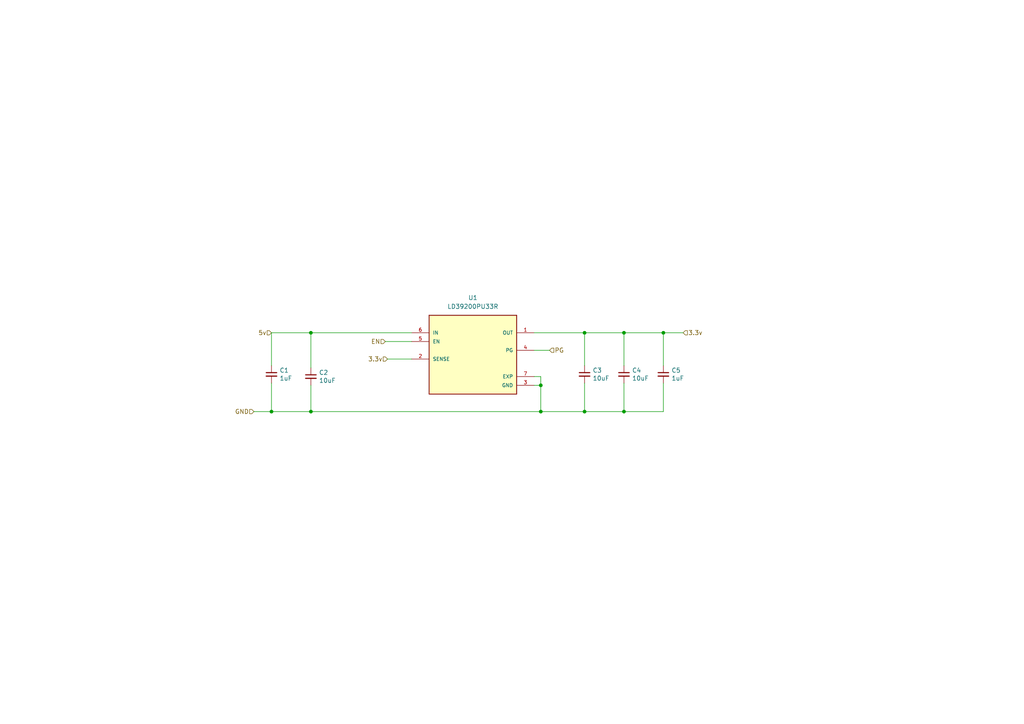
<source format=kicad_sch>
(kicad_sch (version 20230121) (generator eeschema)

  (uuid 1895faed-13c7-4877-930c-ef39a1d7419c)

  (paper "A4")

  (lib_symbols
    (symbol "Device:C_Small" (pin_numbers hide) (pin_names (offset 0.254) hide) (in_bom yes) (on_board yes)
      (property "Reference" "C" (at 0.254 1.778 0)
        (effects (font (size 1.27 1.27)) (justify left))
      )
      (property "Value" "C_Small" (at 0.254 -2.032 0)
        (effects (font (size 1.27 1.27)) (justify left))
      )
      (property "Footprint" "" (at 0 0 0)
        (effects (font (size 1.27 1.27)) hide)
      )
      (property "Datasheet" "~" (at 0 0 0)
        (effects (font (size 1.27 1.27)) hide)
      )
      (property "ki_keywords" "capacitor cap" (at 0 0 0)
        (effects (font (size 1.27 1.27)) hide)
      )
      (property "ki_description" "Unpolarized capacitor, small symbol" (at 0 0 0)
        (effects (font (size 1.27 1.27)) hide)
      )
      (property "ki_fp_filters" "C_*" (at 0 0 0)
        (effects (font (size 1.27 1.27)) hide)
      )
      (symbol "C_Small_0_1"
        (polyline
          (pts
            (xy -1.524 -0.508)
            (xy 1.524 -0.508)
          )
          (stroke (width 0.3302) (type default))
          (fill (type none))
        )
        (polyline
          (pts
            (xy -1.524 0.508)
            (xy 1.524 0.508)
          )
          (stroke (width 0.3048) (type default))
          (fill (type none))
        )
      )
      (symbol "C_Small_1_1"
        (pin passive line (at 0 2.54 270) (length 2.032)
          (name "~" (effects (font (size 1.27 1.27))))
          (number "1" (effects (font (size 1.27 1.27))))
        )
        (pin passive line (at 0 -2.54 90) (length 2.032)
          (name "~" (effects (font (size 1.27 1.27))))
          (number "2" (effects (font (size 1.27 1.27))))
        )
      )
    )
    (symbol "b121:LD39200PU33R" (pin_names (offset 1.016)) (in_bom yes) (on_board yes)
      (property "Reference" "U" (at -12.7 13.462 0)
        (effects (font (size 1.27 1.27)) (justify left bottom))
      )
      (property "Value" "LD39200PU33R" (at -12.7 -12.7 0)
        (effects (font (size 1.27 1.27)) (justify left bottom))
      )
      (property "Footprint" "SON95P300X300X100-7N" (at 0 0 0)
        (effects (font (size 1.27 1.27)) (justify bottom) hide)
      )
      (property "Datasheet" "" (at 0 0 0)
        (effects (font (size 1.27 1.27)) hide)
      )
      (property "E_MIN" "2.9" (at 0 0 0)
        (effects (font (size 1.27 1.27)) (justify bottom) hide)
      )
      (property "D1_MAX" "" (at 0 0 0)
        (effects (font (size 1.27 1.27)) (justify bottom) hide)
      )
      (property "L1_MIN" "" (at 0 0 0)
        (effects (font (size 1.27 1.27)) (justify bottom) hide)
      )
      (property "D1_MIN" "" (at 0 0 0)
        (effects (font (size 1.27 1.27)) (justify bottom) hide)
      )
      (property "D_NOM" "3.0" (at 0 0 0)
        (effects (font (size 1.27 1.27)) (justify bottom) hide)
      )
      (property "A_MAX" "1.0" (at 0 0 0)
        (effects (font (size 1.27 1.27)) (justify bottom) hide)
      )
      (property "B_MIN" "0.23" (at 0 0 0)
        (effects (font (size 1.27 1.27)) (justify bottom) hide)
      )
      (property "SNAPEDA_PACKAGE_ID" "" (at 0 0 0)
        (effects (font (size 1.27 1.27)) (justify bottom) hide)
      )
      (property "BODY_DIAMETER" "" (at 0 0 0)
        (effects (font (size 1.27 1.27)) (justify bottom) hide)
      )
      (property "PIN_COUNT" "6.0" (at 0 0 0)
        (effects (font (size 1.27 1.27)) (justify bottom) hide)
      )
      (property "MAXIMUM_PACKAGE_HEIGHT" "1.0mm" (at 0 0 0)
        (effects (font (size 1.27 1.27)) (justify bottom) hide)
      )
      (property "D1_NOM" "" (at 0 0 0)
        (effects (font (size 1.27 1.27)) (justify bottom) hide)
      )
      (property "MANUFACTURER" "ST Microelectronics" (at 0 0 0)
        (effects (font (size 1.27 1.27)) (justify bottom) hide)
      )
      (property "ENOM" "0.95" (at 0 0 0)
        (effects (font (size 1.27 1.27)) (justify bottom) hide)
      )
      (property "VACANCIES" "" (at 0 0 0)
        (effects (font (size 1.27 1.27)) (justify bottom) hide)
      )
      (property "L1_MAX" "" (at 0 0 0)
        (effects (font (size 1.27 1.27)) (justify bottom) hide)
      )
      (property "PACKAGE_TYPE" "" (at 0 0 0)
        (effects (font (size 1.27 1.27)) (justify bottom) hide)
      )
      (property "PIN_COLUMNS" "" (at 0 0 0)
        (effects (font (size 1.27 1.27)) (justify bottom) hide)
      )
      (property "JEDEC" "" (at 0 0 0)
        (effects (font (size 1.27 1.27)) (justify bottom) hide)
      )
      (property "L_MAX" "0.5" (at 0 0 0)
        (effects (font (size 1.27 1.27)) (justify bottom) hide)
      )
      (property "PINS" "" (at 0 0 0)
        (effects (font (size 1.27 1.27)) (justify bottom) hide)
      )
      (property "D_MAX" "3.1" (at 0 0 0)
        (effects (font (size 1.27 1.27)) (justify bottom) hide)
      )
      (property "PARTREV" "3" (at 0 0 0)
        (effects (font (size 1.27 1.27)) (justify bottom) hide)
      )
      (property "D2_NOM" "2.365" (at 0 0 0)
        (effects (font (size 1.27 1.27)) (justify bottom) hide)
      )
      (property "L_MIN" "0.3" (at 0 0 0)
        (effects (font (size 1.27 1.27)) (justify bottom) hide)
      )
      (property "BALL_COLUMNS" "" (at 0 0 0)
        (effects (font (size 1.27 1.27)) (justify bottom) hide)
      )
      (property "B_NOM" "0.34" (at 0 0 0)
        (effects (font (size 1.27 1.27)) (justify bottom) hide)
      )
      (property "L_NOM" "0.4" (at 0 0 0)
        (effects (font (size 1.27 1.27)) (justify bottom) hide)
      )
      (property "DMIN" "" (at 0 0 0)
        (effects (font (size 1.27 1.27)) (justify bottom) hide)
      )
      (property "DMAX" "" (at 0 0 0)
        (effects (font (size 1.27 1.27)) (justify bottom) hide)
      )
      (property "L1_NOM" "" (at 0 0 0)
        (effects (font (size 1.27 1.27)) (justify bottom) hide)
      )
      (property "EMAX" "" (at 0 0 0)
        (effects (font (size 1.27 1.27)) (justify bottom) hide)
      )
      (property "EMIN" "" (at 0 0 0)
        (effects (font (size 1.27 1.27)) (justify bottom) hide)
      )
      (property "BALL_ROWS" "" (at 0 0 0)
        (effects (font (size 1.27 1.27)) (justify bottom) hide)
      )
      (property "E2_NOM" "1.625" (at 0 0 0)
        (effects (font (size 1.27 1.27)) (justify bottom) hide)
      )
      (property "DNOM" "" (at 0 0 0)
        (effects (font (size 1.27 1.27)) (justify bottom) hide)
      )
      (property "E_NOM" "3.0" (at 0 0 0)
        (effects (font (size 1.27 1.27)) (justify bottom) hide)
      )
      (property "IPC" "" (at 0 0 0)
        (effects (font (size 1.27 1.27)) (justify bottom) hide)
      )
      (property "B_MAX" "0.45" (at 0 0 0)
        (effects (font (size 1.27 1.27)) (justify bottom) hide)
      )
      (property "STANDARD" "IPC 7351B" (at 0 0 0)
        (effects (font (size 1.27 1.27)) (justify bottom) hide)
      )
      (property "THERMAL_PAD" "" (at 0 0 0)
        (effects (font (size 1.27 1.27)) (justify bottom) hide)
      )
      (property "D_MIN" "2.9" (at 0 0 0)
        (effects (font (size 1.27 1.27)) (justify bottom) hide)
      )
      (property "E_MAX" "3.1" (at 0 0 0)
        (effects (font (size 1.27 1.27)) (justify bottom) hide)
      )
      (symbol "LD39200PU33R_0_0"
        (rectangle (start -12.7 -10.16) (end 12.7 12.7)
          (stroke (width 0.254) (type default))
          (fill (type background))
        )
        (pin output line (at 17.78 7.62 180) (length 5.08)
          (name "OUT" (effects (font (size 1.016 1.016))))
          (number "1" (effects (font (size 1.016 1.016))))
        )
        (pin input line (at -17.78 0 0) (length 5.08)
          (name "SENSE" (effects (font (size 1.016 1.016))))
          (number "2" (effects (font (size 1.016 1.016))))
        )
        (pin power_in line (at 17.78 -7.62 180) (length 5.08)
          (name "GND" (effects (font (size 1.016 1.016))))
          (number "3" (effects (font (size 1.016 1.016))))
        )
        (pin output line (at 17.78 2.54 180) (length 5.08)
          (name "PG" (effects (font (size 1.016 1.016))))
          (number "4" (effects (font (size 1.016 1.016))))
        )
        (pin input line (at -17.78 5.08 0) (length 5.08)
          (name "EN" (effects (font (size 1.016 1.016))))
          (number "5" (effects (font (size 1.016 1.016))))
        )
        (pin input line (at -17.78 7.62 0) (length 5.08)
          (name "IN" (effects (font (size 1.016 1.016))))
          (number "6" (effects (font (size 1.016 1.016))))
        )
        (pin power_in line (at 17.78 -5.08 180) (length 5.08)
          (name "EXP" (effects (font (size 1.016 1.016))))
          (number "7" (effects (font (size 1.016 1.016))))
        )
      )
    )
  )

  (junction (at 180.975 119.38) (diameter 0) (color 0 0 0 0)
    (uuid 0a12a794-97ad-4266-ad30-4c9b83e7c8ec)
  )
  (junction (at 78.74 119.38) (diameter 0) (color 0 0 0 0)
    (uuid 2f915bc4-85da-4343-aa55-24f2fb3054dd)
  )
  (junction (at 156.845 119.38) (diameter 0) (color 0 0 0 0)
    (uuid 3c78833a-0c99-4dd4-8ced-94553d7ae791)
  )
  (junction (at 90.17 119.38) (diameter 0) (color 0 0 0 0)
    (uuid 69054c6e-a00c-4801-9726-c66915411414)
  )
  (junction (at 180.975 96.52) (diameter 0) (color 0 0 0 0)
    (uuid c888c471-4126-416b-a875-d34b9579e98b)
  )
  (junction (at 169.545 119.38) (diameter 0) (color 0 0 0 0)
    (uuid d2dc2cb5-d17a-4d63-97a6-32f9d36f3bed)
  )
  (junction (at 90.17 96.52) (diameter 0) (color 0 0 0 0)
    (uuid d981281c-78b2-4016-b2f1-5c8582d64827)
  )
  (junction (at 156.845 111.76) (diameter 0) (color 0 0 0 0)
    (uuid e70cc2d2-9b29-4211-942f-ffc86f7260ac)
  )
  (junction (at 169.545 96.52) (diameter 0) (color 0 0 0 0)
    (uuid e73873a5-e40e-4b68-894b-c855eeaca31f)
  )
  (junction (at 192.405 96.52) (diameter 0) (color 0 0 0 0)
    (uuid ef61b5aa-83ba-4247-a750-fba6b4a86701)
  )

  (wire (pts (xy 192.405 111.125) (xy 192.405 119.38))
    (stroke (width 0) (type default))
    (uuid 10f95d64-b36c-4202-9a62-b745275ae0f9)
  )
  (wire (pts (xy 90.17 111.76) (xy 90.17 119.38))
    (stroke (width 0) (type default))
    (uuid 2ef7510f-f9ae-4dfe-8255-386b9e100385)
  )
  (wire (pts (xy 154.94 109.22) (xy 156.845 109.22))
    (stroke (width 0) (type default))
    (uuid 3029a73c-096c-4b53-8d10-1a74eebfd891)
  )
  (wire (pts (xy 154.94 101.6) (xy 159.385 101.6))
    (stroke (width 0) (type default))
    (uuid 30649fa5-8ad9-467f-816d-729f4a30c68f)
  )
  (wire (pts (xy 192.405 96.52) (xy 198.12 96.52))
    (stroke (width 0) (type default))
    (uuid 35b05c86-1fa7-4b92-9911-adac1abedd75)
  )
  (wire (pts (xy 180.975 96.52) (xy 180.975 106.045))
    (stroke (width 0) (type default))
    (uuid 35b8fd41-d4cf-46cd-ba4b-cf5b0b8a2711)
  )
  (wire (pts (xy 169.545 119.38) (xy 180.975 119.38))
    (stroke (width 0) (type default))
    (uuid 380e0bf5-b23a-442e-a3a3-0abca464b8d9)
  )
  (wire (pts (xy 78.74 96.52) (xy 90.17 96.52))
    (stroke (width 0) (type default))
    (uuid 4a33de7a-594e-4871-8e39-80f30fa6c14d)
  )
  (wire (pts (xy 180.975 111.125) (xy 180.975 119.38))
    (stroke (width 0) (type default))
    (uuid 4e600505-e989-4e56-857c-17198cc3e53f)
  )
  (wire (pts (xy 90.17 96.52) (xy 90.17 106.68))
    (stroke (width 0) (type default))
    (uuid 6c363123-5120-4033-ba14-15f874bebf6c)
  )
  (wire (pts (xy 78.74 106.045) (xy 78.74 96.52))
    (stroke (width 0) (type default))
    (uuid 6cce6a3c-9c7f-479f-ada7-0e0f547c68a3)
  )
  (wire (pts (xy 78.74 111.125) (xy 78.74 119.38))
    (stroke (width 0) (type default))
    (uuid 822924c9-7b9e-42c7-a8fc-24856468cc9f)
  )
  (wire (pts (xy 154.94 111.76) (xy 156.845 111.76))
    (stroke (width 0) (type default))
    (uuid 8c0f3e7f-0090-4de8-8870-6bb788cf3f6e)
  )
  (wire (pts (xy 156.845 109.22) (xy 156.845 111.76))
    (stroke (width 0) (type default))
    (uuid 9d181283-7f87-495e-a589-867d9d62756e)
  )
  (wire (pts (xy 192.405 96.52) (xy 192.405 106.045))
    (stroke (width 0) (type default))
    (uuid a997931a-cc93-4621-973d-3ee1b031a7a8)
  )
  (wire (pts (xy 156.845 111.76) (xy 156.845 119.38))
    (stroke (width 0) (type default))
    (uuid b2e9c6de-bb14-4e6d-a7d3-99f5b1f72b4c)
  )
  (wire (pts (xy 154.94 96.52) (xy 169.545 96.52))
    (stroke (width 0) (type default))
    (uuid b4305404-5524-4a09-bdc5-e59c3a953bac)
  )
  (wire (pts (xy 180.975 119.38) (xy 192.405 119.38))
    (stroke (width 0) (type default))
    (uuid c2dd4eb1-a464-4192-97bc-9d2a8919aabd)
  )
  (wire (pts (xy 90.17 96.52) (xy 119.38 96.52))
    (stroke (width 0) (type default))
    (uuid c9958cea-170a-4698-badd-330de72451c0)
  )
  (wire (pts (xy 169.545 106.045) (xy 169.545 96.52))
    (stroke (width 0) (type default))
    (uuid ca323807-5fef-41b3-a42e-7852c8659eb4)
  )
  (wire (pts (xy 169.545 96.52) (xy 180.975 96.52))
    (stroke (width 0) (type default))
    (uuid cc8ae9ac-d5dd-42c9-9b55-3355d0e70bc3)
  )
  (wire (pts (xy 90.17 119.38) (xy 156.845 119.38))
    (stroke (width 0) (type default))
    (uuid ce244eb7-1d1b-4782-8c68-9e27e38948a4)
  )
  (wire (pts (xy 73.66 119.38) (xy 78.74 119.38))
    (stroke (width 0) (type default))
    (uuid d078f526-7973-47d4-8197-6fab44009dfb)
  )
  (wire (pts (xy 156.845 119.38) (xy 169.545 119.38))
    (stroke (width 0) (type default))
    (uuid d108cfc5-10eb-4b91-9571-ede6b7198dc6)
  )
  (wire (pts (xy 111.76 99.06) (xy 119.38 99.06))
    (stroke (width 0) (type default))
    (uuid d59a4950-5ca1-4df6-9e00-685f5a01f1ca)
  )
  (wire (pts (xy 112.395 104.14) (xy 119.38 104.14))
    (stroke (width 0) (type default))
    (uuid d78457cb-cb16-4228-91f9-3fcb266a57f3)
  )
  (wire (pts (xy 78.74 119.38) (xy 90.17 119.38))
    (stroke (width 0) (type default))
    (uuid e89bedc7-bc83-4ac6-8c6d-c896b30bb728)
  )
  (wire (pts (xy 169.545 111.125) (xy 169.545 119.38))
    (stroke (width 0) (type default))
    (uuid e9af515e-49a8-4391-878d-7cab2ced27ff)
  )
  (wire (pts (xy 180.975 96.52) (xy 192.405 96.52))
    (stroke (width 0) (type default))
    (uuid e9f18fa7-c165-485e-abe7-313cbd378525)
  )

  (hierarchical_label "EN" (shape input) (at 111.76 99.06 180) (fields_autoplaced)
    (effects (font (size 1.27 1.27)) (justify right))
    (uuid 0c18ce02-cd21-41c4-80a7-370d082d53eb)
  )
  (hierarchical_label "3.3v" (shape input) (at 198.12 96.52 0) (fields_autoplaced)
    (effects (font (size 1.27 1.27)) (justify left))
    (uuid 37d7638c-c1ed-494b-a661-a246a336138a)
  )
  (hierarchical_label "3.3v" (shape input) (at 112.395 104.14 180) (fields_autoplaced)
    (effects (font (size 1.27 1.27)) (justify right))
    (uuid b4e6eef1-c835-442a-8212-494b2475e1b4)
  )
  (hierarchical_label "GND" (shape input) (at 73.66 119.38 180) (fields_autoplaced)
    (effects (font (size 1.27 1.27)) (justify right))
    (uuid b8e6958c-b0ff-4d34-bae2-4878bfb278a2)
  )
  (hierarchical_label "PG" (shape input) (at 159.385 101.6 0) (fields_autoplaced)
    (effects (font (size 1.27 1.27)) (justify left))
    (uuid de39297a-7fcc-4340-882d-1ed42db97adc)
  )
  (hierarchical_label "5v" (shape input) (at 78.74 96.52 180) (fields_autoplaced)
    (effects (font (size 1.27 1.27)) (justify right))
    (uuid f13ab64d-0f6a-45e6-a621-cbd11b60179d)
  )

  (symbol (lib_id "Device:C_Small") (at 180.975 108.585 0) (unit 1)
    (in_bom yes) (on_board yes) (dnp no)
    (uuid 196d1b70-9b37-46c7-aa9e-b41abaaa8c23)
    (property "Reference" "C4" (at 183.3118 107.4166 0)
      (effects (font (size 1.27 1.27)) (justify left))
    )
    (property "Value" "10uF" (at 183.3118 109.728 0)
      (effects (font (size 1.27 1.27)) (justify left))
    )
    (property "Footprint" "Capacitor_SMD:C_0603_1608Metric" (at 180.975 108.585 0)
      (effects (font (size 1.27 1.27)) hide)
    )
    (property "Datasheet" "~" (at 180.975 108.585 0)
      (effects (font (size 1.27 1.27)) hide)
    )
    (pin "1" (uuid 8ca94593-fae4-4e27-8e47-a1ebb5408ce2))
    (pin "2" (uuid 487d3a00-51ed-49de-86ca-2ccd7978cdde))
    (instances
      (project "board"
        (path "/57732dd3-1162-4c3f-88bd-31bf473d124d/767ce4c6-0e55-4543-92f0-34cb8237a544"
          (reference "C4") (unit 1)
        )
        (path "/57732dd3-1162-4c3f-88bd-31bf473d124d/b3c98309-a00d-44b5-b868-1ad827f42816"
          (reference "C7") (unit 1)
        )
      )
    )
  )

  (symbol (lib_id "Device:C_Small") (at 78.74 108.585 0) (unit 1)
    (in_bom yes) (on_board yes) (dnp no)
    (uuid 6bb5ca5c-7415-42a9-985b-09c137966385)
    (property "Reference" "C1" (at 81.0768 107.4166 0)
      (effects (font (size 1.27 1.27)) (justify left))
    )
    (property "Value" "1uF" (at 81.0768 109.728 0)
      (effects (font (size 1.27 1.27)) (justify left))
    )
    (property "Footprint" "Capacitor_SMD:C_0603_1608Metric" (at 78.74 108.585 0)
      (effects (font (size 1.27 1.27)) hide)
    )
    (property "Datasheet" "~" (at 78.74 108.585 0)
      (effects (font (size 1.27 1.27)) hide)
    )
    (pin "1" (uuid bd3f788d-59f0-4711-a8a9-d4ed5390f57a))
    (pin "2" (uuid ed14dde3-2d23-4eb3-a247-24e52db108f2))
    (instances
      (project "board"
        (path "/57732dd3-1162-4c3f-88bd-31bf473d124d/767ce4c6-0e55-4543-92f0-34cb8237a544"
          (reference "C1") (unit 1)
        )
        (path "/57732dd3-1162-4c3f-88bd-31bf473d124d/b3c98309-a00d-44b5-b868-1ad827f42816"
          (reference "C4") (unit 1)
        )
      )
    )
  )

  (symbol (lib_id "b121:LD39200PU33R") (at 137.16 104.14 0) (unit 1)
    (in_bom yes) (on_board yes) (dnp no) (fields_autoplaced)
    (uuid 836888cc-3b43-4134-a4d7-814aba4f807d)
    (property "Reference" "U1" (at 137.16 86.36 0)
      (effects (font (size 1.27 1.27)))
    )
    (property "Value" "LD39200PU33R" (at 137.16 88.9 0)
      (effects (font (size 1.27 1.27)))
    )
    (property "Footprint" "b121:SON95P300X300X100-7N" (at 137.16 104.14 0)
      (effects (font (size 1.27 1.27)) (justify bottom) hide)
    )
    (property "Datasheet" "" (at 137.16 104.14 0)
      (effects (font (size 1.27 1.27)) hide)
    )
    (pin "1" (uuid 752dba00-2acb-453d-8b8e-62c5a3ad481c))
    (pin "2" (uuid 4dd781b5-1ef0-4d1e-8ca7-3d3c348ffa47))
    (pin "3" (uuid d734c483-fc7c-4a12-9d97-0e279a91ecd8))
    (pin "4" (uuid 3721a3b8-e4fd-4138-bf1b-9fd3b3945b05))
    (pin "5" (uuid 0147b892-4587-4e21-811f-96f346f0c191))
    (pin "6" (uuid f39486f2-18e1-4fb2-9804-6f924e422f57))
    (pin "7" (uuid 6a9685d2-5a68-4983-bd0c-bbab0524d683))
    (instances
      (project "board"
        (path "/57732dd3-1162-4c3f-88bd-31bf473d124d/767ce4c6-0e55-4543-92f0-34cb8237a544"
          (reference "U1") (unit 1)
        )
        (path "/57732dd3-1162-4c3f-88bd-31bf473d124d/b3c98309-a00d-44b5-b868-1ad827f42816"
          (reference "U2") (unit 1)
        )
      )
    )
  )

  (symbol (lib_id "Device:C_Small") (at 90.17 109.22 0) (unit 1)
    (in_bom yes) (on_board yes) (dnp no)
    (uuid bf4bdb44-1ce9-4d84-9dc1-aaed43a588f1)
    (property "Reference" "C2" (at 92.5068 108.0516 0)
      (effects (font (size 1.27 1.27)) (justify left))
    )
    (property "Value" "10uF" (at 92.5068 110.363 0)
      (effects (font (size 1.27 1.27)) (justify left))
    )
    (property "Footprint" "Capacitor_SMD:C_0603_1608Metric" (at 90.17 109.22 0)
      (effects (font (size 1.27 1.27)) hide)
    )
    (property "Datasheet" "~" (at 90.17 109.22 0)
      (effects (font (size 1.27 1.27)) hide)
    )
    (pin "1" (uuid 5df660f0-9cf5-4f31-a78e-624aabcd8a5f))
    (pin "2" (uuid 8b4b48ad-ad6c-4c85-ab3a-521bfb3e80d3))
    (instances
      (project "board"
        (path "/57732dd3-1162-4c3f-88bd-31bf473d124d/767ce4c6-0e55-4543-92f0-34cb8237a544"
          (reference "C2") (unit 1)
        )
        (path "/57732dd3-1162-4c3f-88bd-31bf473d124d/b3c98309-a00d-44b5-b868-1ad827f42816"
          (reference "C5") (unit 1)
        )
      )
    )
  )

  (symbol (lib_id "Device:C_Small") (at 192.405 108.585 0) (unit 1)
    (in_bom yes) (on_board yes) (dnp no)
    (uuid d7bc656e-6f7f-47e1-b208-dc94be029b35)
    (property "Reference" "C5" (at 194.7418 107.4166 0)
      (effects (font (size 1.27 1.27)) (justify left))
    )
    (property "Value" "1uF" (at 194.7418 109.728 0)
      (effects (font (size 1.27 1.27)) (justify left))
    )
    (property "Footprint" "Capacitor_SMD:C_0603_1608Metric" (at 192.405 108.585 0)
      (effects (font (size 1.27 1.27)) hide)
    )
    (property "Datasheet" "~" (at 192.405 108.585 0)
      (effects (font (size 1.27 1.27)) hide)
    )
    (pin "1" (uuid 18289ab5-fbbd-46a7-b4ad-16478554d380))
    (pin "2" (uuid 4bf8b5f9-cd38-4456-89cd-869d4dcec9bb))
    (instances
      (project "board"
        (path "/57732dd3-1162-4c3f-88bd-31bf473d124d/767ce4c6-0e55-4543-92f0-34cb8237a544"
          (reference "C5") (unit 1)
        )
        (path "/57732dd3-1162-4c3f-88bd-31bf473d124d/b3c98309-a00d-44b5-b868-1ad827f42816"
          (reference "C8") (unit 1)
        )
      )
    )
  )

  (symbol (lib_id "Device:C_Small") (at 169.545 108.585 0) (unit 1)
    (in_bom yes) (on_board yes) (dnp no)
    (uuid dd34b7a6-8448-4c7f-81f6-a8e49de64a92)
    (property "Reference" "C3" (at 171.8818 107.4166 0)
      (effects (font (size 1.27 1.27)) (justify left))
    )
    (property "Value" "10uF" (at 171.8818 109.728 0)
      (effects (font (size 1.27 1.27)) (justify left))
    )
    (property "Footprint" "Capacitor_SMD:C_0603_1608Metric" (at 169.545 108.585 0)
      (effects (font (size 1.27 1.27)) hide)
    )
    (property "Datasheet" "~" (at 169.545 108.585 0)
      (effects (font (size 1.27 1.27)) hide)
    )
    (pin "1" (uuid 6de6109d-3d17-41b1-b06e-2589bcad1fa7))
    (pin "2" (uuid a5049ae6-8417-4c06-a0af-0592b59935c4))
    (instances
      (project "board"
        (path "/57732dd3-1162-4c3f-88bd-31bf473d124d/767ce4c6-0e55-4543-92f0-34cb8237a544"
          (reference "C3") (unit 1)
        )
        (path "/57732dd3-1162-4c3f-88bd-31bf473d124d/b3c98309-a00d-44b5-b868-1ad827f42816"
          (reference "C6") (unit 1)
        )
      )
    )
  )
)

</source>
